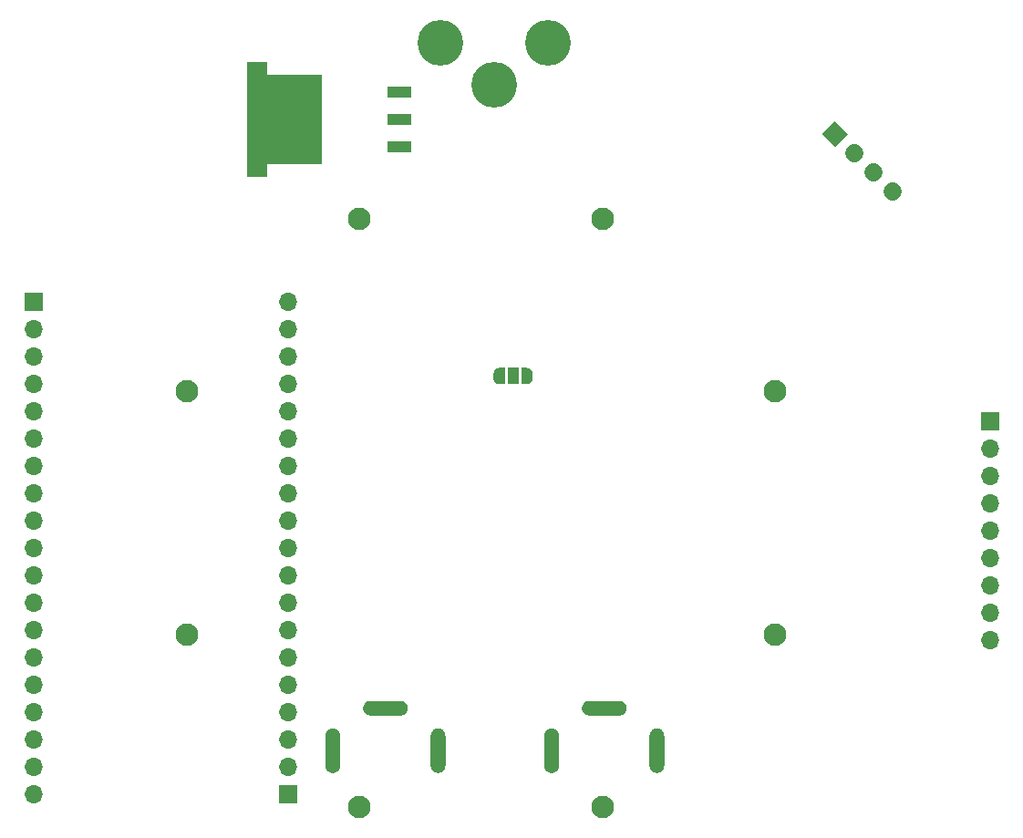
<source format=gbs>
%TF.GenerationSoftware,KiCad,Pcbnew,(5.1.5)-3*%
%TF.CreationDate,2021-01-12T11:59:14+01:00*%
%TF.ProjectId,smart_object_pcb,736d6172-745f-46f6-926a-6563745f7063,rev?*%
%TF.SameCoordinates,Original*%
%TF.FileFunction,Soldermask,Bot*%
%TF.FilePolarity,Negative*%
%FSLAX46Y46*%
G04 Gerber Fmt 4.6, Leading zero omitted, Abs format (unit mm)*
G04 Created by KiCad (PCBNEW (5.1.5)-3) date 2021-01-12 11:59:14*
%MOMM*%
%LPD*%
G04 APERTURE LIST*
%ADD10C,4.240000*%
%ADD11C,0.100000*%
%ADD12R,1.000000X1.500000*%
%ADD13O,1.700000X1.700000*%
%ADD14R,1.700000X1.700000*%
%ADD15R,1.910000X1.235000*%
%ADD16R,7.000000X8.330000*%
%ADD17R,2.160000X1.070000*%
%ADD18C,1.700000*%
%ADD19C,2.100000*%
G04 APERTURE END LIST*
D10*
%TO.C,J7*%
X146560000Y-62724500D03*
X156590000Y-62724500D03*
X151575000Y-66684500D03*
%TD*%
D11*
%TO.C,J5*%
G36*
X156974653Y-126390275D02*
G01*
X157040662Y-126400067D01*
X157105394Y-126416282D01*
X157168225Y-126438763D01*
X157228550Y-126467294D01*
X157285788Y-126501601D01*
X157339388Y-126541354D01*
X157388833Y-126586168D01*
X157433647Y-126635613D01*
X157473400Y-126689213D01*
X157507707Y-126746451D01*
X157536238Y-126806776D01*
X157558719Y-126869607D01*
X157574934Y-126934339D01*
X157584726Y-127000348D01*
X157588000Y-127067000D01*
X157588000Y-129857000D01*
X157584726Y-129923652D01*
X157574934Y-129989661D01*
X157558719Y-130054393D01*
X157536238Y-130117224D01*
X157507707Y-130177549D01*
X157473400Y-130234787D01*
X157433647Y-130288387D01*
X157388833Y-130337832D01*
X157339388Y-130382646D01*
X157285788Y-130422399D01*
X157228550Y-130456706D01*
X157168225Y-130485237D01*
X157105394Y-130507718D01*
X157040662Y-130523933D01*
X156974653Y-130533725D01*
X156908001Y-130536999D01*
X156907999Y-130536999D01*
X156841347Y-130533725D01*
X156775338Y-130523933D01*
X156710606Y-130507718D01*
X156647775Y-130485237D01*
X156587450Y-130456706D01*
X156530212Y-130422399D01*
X156476612Y-130382646D01*
X156427167Y-130337832D01*
X156382353Y-130288387D01*
X156342600Y-130234787D01*
X156308293Y-130177549D01*
X156279762Y-130117224D01*
X156257281Y-130054393D01*
X156241066Y-129989661D01*
X156231274Y-129923652D01*
X156228000Y-129857000D01*
X156228000Y-127067000D01*
X156231274Y-127000348D01*
X156241066Y-126934339D01*
X156257281Y-126869607D01*
X156279762Y-126806776D01*
X156308293Y-126746451D01*
X156342600Y-126689213D01*
X156382353Y-126635613D01*
X156427167Y-126586168D01*
X156476612Y-126541354D01*
X156530212Y-126501601D01*
X156587450Y-126467294D01*
X156647775Y-126438763D01*
X156710606Y-126416282D01*
X156775338Y-126400067D01*
X156841347Y-126390275D01*
X156907999Y-126387001D01*
X156908001Y-126387001D01*
X156974653Y-126390275D01*
G37*
G36*
X166754653Y-126390275D02*
G01*
X166820662Y-126400067D01*
X166885394Y-126416282D01*
X166948225Y-126438763D01*
X167008550Y-126467294D01*
X167065788Y-126501601D01*
X167119388Y-126541354D01*
X167168833Y-126586168D01*
X167213647Y-126635613D01*
X167253400Y-126689213D01*
X167287707Y-126746451D01*
X167316238Y-126806776D01*
X167338719Y-126869607D01*
X167354934Y-126934339D01*
X167364726Y-127000348D01*
X167368000Y-127067000D01*
X167368000Y-129857000D01*
X167364726Y-129923652D01*
X167354934Y-129989661D01*
X167338719Y-130054393D01*
X167316238Y-130117224D01*
X167287707Y-130177549D01*
X167253400Y-130234787D01*
X167213647Y-130288387D01*
X167168833Y-130337832D01*
X167119388Y-130382646D01*
X167065788Y-130422399D01*
X167008550Y-130456706D01*
X166948225Y-130485237D01*
X166885394Y-130507718D01*
X166820662Y-130523933D01*
X166754653Y-130533725D01*
X166688001Y-130536999D01*
X166687999Y-130536999D01*
X166621347Y-130533725D01*
X166555338Y-130523933D01*
X166490606Y-130507718D01*
X166427775Y-130485237D01*
X166367450Y-130456706D01*
X166310212Y-130422399D01*
X166256612Y-130382646D01*
X166207167Y-130337832D01*
X166162353Y-130288387D01*
X166122600Y-130234787D01*
X166088293Y-130177549D01*
X166059762Y-130117224D01*
X166037281Y-130054393D01*
X166021066Y-129989661D01*
X166011274Y-129923652D01*
X166008000Y-129857000D01*
X166008000Y-127067000D01*
X166011274Y-127000348D01*
X166021066Y-126934339D01*
X166037281Y-126869607D01*
X166059762Y-126806776D01*
X166088293Y-126746451D01*
X166122600Y-126689213D01*
X166162353Y-126635613D01*
X166207167Y-126586168D01*
X166256612Y-126541354D01*
X166310212Y-126501601D01*
X166367450Y-126467294D01*
X166427775Y-126438763D01*
X166490606Y-126416282D01*
X166555338Y-126400067D01*
X166621347Y-126390275D01*
X166687999Y-126387001D01*
X166688001Y-126387001D01*
X166754653Y-126390275D01*
G37*
G36*
X163259652Y-123840273D02*
G01*
X163325661Y-123850065D01*
X163390394Y-123866280D01*
X163453225Y-123888761D01*
X163513550Y-123917293D01*
X163570788Y-123951600D01*
X163624387Y-123991352D01*
X163673833Y-124036166D01*
X163718647Y-124085612D01*
X163758399Y-124139211D01*
X163792706Y-124196449D01*
X163821238Y-124256774D01*
X163843719Y-124319605D01*
X163859934Y-124384338D01*
X163869726Y-124450347D01*
X163873000Y-124516999D01*
X163873000Y-124517001D01*
X163869726Y-124583653D01*
X163859934Y-124649662D01*
X163843719Y-124714395D01*
X163821238Y-124777226D01*
X163792706Y-124837551D01*
X163758399Y-124894789D01*
X163718647Y-124948388D01*
X163673833Y-124997834D01*
X163624387Y-125042648D01*
X163570788Y-125082400D01*
X163513550Y-125116707D01*
X163453225Y-125145239D01*
X163390394Y-125167720D01*
X163325661Y-125183935D01*
X163259652Y-125193727D01*
X163193000Y-125197001D01*
X160403000Y-125197001D01*
X160336348Y-125193727D01*
X160270339Y-125183935D01*
X160205606Y-125167720D01*
X160142775Y-125145239D01*
X160082450Y-125116707D01*
X160025212Y-125082400D01*
X159971613Y-125042648D01*
X159922167Y-124997834D01*
X159877353Y-124948388D01*
X159837601Y-124894789D01*
X159803294Y-124837551D01*
X159774762Y-124777226D01*
X159752281Y-124714395D01*
X159736066Y-124649662D01*
X159726274Y-124583653D01*
X159723000Y-124517001D01*
X159723000Y-124516999D01*
X159726274Y-124450347D01*
X159736066Y-124384338D01*
X159752281Y-124319605D01*
X159774762Y-124256774D01*
X159803294Y-124196449D01*
X159837601Y-124139211D01*
X159877353Y-124085612D01*
X159922167Y-124036166D01*
X159971613Y-123991352D01*
X160025212Y-123951600D01*
X160082450Y-123917293D01*
X160142775Y-123888761D01*
X160205606Y-123866280D01*
X160270339Y-123850065D01*
X160336348Y-123840273D01*
X160403000Y-123836999D01*
X163193000Y-123836999D01*
X163259652Y-123840273D01*
G37*
%TD*%
%TO.C,JP1*%
G36*
X154074000Y-92932000D02*
G01*
X154624000Y-92932000D01*
X154624000Y-92932602D01*
X154648534Y-92932602D01*
X154697365Y-92937412D01*
X154745490Y-92946984D01*
X154792445Y-92961228D01*
X154837778Y-92980005D01*
X154881051Y-93003136D01*
X154921850Y-93030396D01*
X154959779Y-93061524D01*
X154994476Y-93096221D01*
X155025604Y-93134150D01*
X155052864Y-93174949D01*
X155075995Y-93218222D01*
X155094772Y-93263555D01*
X155109016Y-93310510D01*
X155118588Y-93358635D01*
X155123398Y-93407466D01*
X155123398Y-93432000D01*
X155124000Y-93432000D01*
X155124000Y-93932000D01*
X155123398Y-93932000D01*
X155123398Y-93956534D01*
X155118588Y-94005365D01*
X155109016Y-94053490D01*
X155094772Y-94100445D01*
X155075995Y-94145778D01*
X155052864Y-94189051D01*
X155025604Y-94229850D01*
X154994476Y-94267779D01*
X154959779Y-94302476D01*
X154921850Y-94333604D01*
X154881051Y-94360864D01*
X154837778Y-94383995D01*
X154792445Y-94402772D01*
X154745490Y-94417016D01*
X154697365Y-94426588D01*
X154648534Y-94431398D01*
X154624000Y-94431398D01*
X154624000Y-94432000D01*
X154074000Y-94432000D01*
X154074000Y-92932000D01*
G37*
D12*
X153324000Y-93682000D03*
D11*
G36*
X152024000Y-94431398D02*
G01*
X151999466Y-94431398D01*
X151950635Y-94426588D01*
X151902510Y-94417016D01*
X151855555Y-94402772D01*
X151810222Y-94383995D01*
X151766949Y-94360864D01*
X151726150Y-94333604D01*
X151688221Y-94302476D01*
X151653524Y-94267779D01*
X151622396Y-94229850D01*
X151595136Y-94189051D01*
X151572005Y-94145778D01*
X151553228Y-94100445D01*
X151538984Y-94053490D01*
X151529412Y-94005365D01*
X151524602Y-93956534D01*
X151524602Y-93932000D01*
X151524000Y-93932000D01*
X151524000Y-93432000D01*
X151524602Y-93432000D01*
X151524602Y-93407466D01*
X151529412Y-93358635D01*
X151538984Y-93310510D01*
X151553228Y-93263555D01*
X151572005Y-93218222D01*
X151595136Y-93174949D01*
X151622396Y-93134150D01*
X151653524Y-93096221D01*
X151688221Y-93061524D01*
X151726150Y-93030396D01*
X151766949Y-93003136D01*
X151810222Y-92980005D01*
X151855555Y-92961228D01*
X151902510Y-92946984D01*
X151950635Y-92937412D01*
X151999466Y-92932602D01*
X152024000Y-92932602D01*
X152024000Y-92932000D01*
X152574000Y-92932000D01*
X152574000Y-94432000D01*
X152024000Y-94432000D01*
X152024000Y-94431398D01*
G37*
%TD*%
D13*
%TO.C,J2*%
X132400000Y-86800000D03*
X132400000Y-89340000D03*
X132400000Y-91880000D03*
X132400000Y-94420000D03*
X132400000Y-96960000D03*
X132400000Y-99500000D03*
X132400000Y-102040000D03*
X132400000Y-104580000D03*
X132400000Y-107120000D03*
X132400000Y-109660000D03*
X132400000Y-112200000D03*
X132400000Y-114740000D03*
X132400000Y-117280000D03*
X132400000Y-119820000D03*
X132400000Y-122360000D03*
X132400000Y-124900000D03*
X132400000Y-127440000D03*
X132400000Y-129980000D03*
D14*
X132400000Y-132520000D03*
%TD*%
D15*
%TO.C,IC2*%
X129588000Y-65080500D03*
X129588000Y-74645500D03*
D16*
X132133000Y-69863000D03*
D17*
X142803000Y-72403000D03*
X142803000Y-69863000D03*
X142803000Y-67323000D03*
%TD*%
D11*
%TO.C,J4*%
G36*
X183200000Y-69997918D02*
G01*
X184402082Y-71200000D01*
X183200000Y-72402082D01*
X181997918Y-71200000D01*
X183200000Y-69997918D01*
G37*
D18*
X184996051Y-72996051D02*
X184996051Y-72996051D01*
X186792102Y-74792102D02*
X186792102Y-74792102D01*
X188588154Y-76588154D02*
X188588154Y-76588154D01*
%TD*%
D19*
%TO.C,H1*%
X139052378Y-79054124D03*
%TD*%
%TO.C,H2*%
X161677324Y-79054124D03*
%TD*%
%TO.C,H3*%
X177675578Y-95052378D03*
%TD*%
%TO.C,H4*%
X177675578Y-117677324D03*
%TD*%
%TO.C,H5*%
X139052378Y-133675578D03*
%TD*%
%TO.C,H6*%
X161677324Y-133675578D03*
%TD*%
%TO.C,H7*%
X123054124Y-117677324D03*
%TD*%
%TO.C,H8*%
X123054124Y-95052378D03*
%TD*%
D14*
%TO.C,J1*%
X108800000Y-86820000D03*
D13*
X108800000Y-89360000D03*
X108800000Y-91900000D03*
X108800000Y-94440000D03*
X108800000Y-96980000D03*
X108800000Y-99520000D03*
X108800000Y-102060000D03*
X108800000Y-104600000D03*
X108800000Y-107140000D03*
X108800000Y-109680000D03*
X108800000Y-112220000D03*
X108800000Y-114760000D03*
X108800000Y-117300000D03*
X108800000Y-119840000D03*
X108800000Y-122380000D03*
X108800000Y-124920000D03*
X108800000Y-127460000D03*
X108800000Y-130000000D03*
X108800000Y-132540000D03*
%TD*%
D14*
%TO.C,J3*%
X197600000Y-97860000D03*
D13*
X197600000Y-100400000D03*
X197600000Y-102940000D03*
X197600000Y-105480000D03*
X197600000Y-108020000D03*
X197600000Y-110560000D03*
X197600000Y-113100000D03*
X197600000Y-115640000D03*
X197600000Y-118180000D03*
%TD*%
D11*
%TO.C,J6*%
G36*
X136654653Y-126390275D02*
G01*
X136720662Y-126400067D01*
X136785394Y-126416282D01*
X136848225Y-126438763D01*
X136908550Y-126467294D01*
X136965788Y-126501601D01*
X137019388Y-126541354D01*
X137068833Y-126586168D01*
X137113647Y-126635613D01*
X137153400Y-126689213D01*
X137187707Y-126746451D01*
X137216238Y-126806776D01*
X137238719Y-126869607D01*
X137254934Y-126934339D01*
X137264726Y-127000348D01*
X137268000Y-127067000D01*
X137268000Y-129857000D01*
X137264726Y-129923652D01*
X137254934Y-129989661D01*
X137238719Y-130054393D01*
X137216238Y-130117224D01*
X137187707Y-130177549D01*
X137153400Y-130234787D01*
X137113647Y-130288387D01*
X137068833Y-130337832D01*
X137019388Y-130382646D01*
X136965788Y-130422399D01*
X136908550Y-130456706D01*
X136848225Y-130485237D01*
X136785394Y-130507718D01*
X136720662Y-130523933D01*
X136654653Y-130533725D01*
X136588001Y-130536999D01*
X136587999Y-130536999D01*
X136521347Y-130533725D01*
X136455338Y-130523933D01*
X136390606Y-130507718D01*
X136327775Y-130485237D01*
X136267450Y-130456706D01*
X136210212Y-130422399D01*
X136156612Y-130382646D01*
X136107167Y-130337832D01*
X136062353Y-130288387D01*
X136022600Y-130234787D01*
X135988293Y-130177549D01*
X135959762Y-130117224D01*
X135937281Y-130054393D01*
X135921066Y-129989661D01*
X135911274Y-129923652D01*
X135908000Y-129857000D01*
X135908000Y-127067000D01*
X135911274Y-127000348D01*
X135921066Y-126934339D01*
X135937281Y-126869607D01*
X135959762Y-126806776D01*
X135988293Y-126746451D01*
X136022600Y-126689213D01*
X136062353Y-126635613D01*
X136107167Y-126586168D01*
X136156612Y-126541354D01*
X136210212Y-126501601D01*
X136267450Y-126467294D01*
X136327775Y-126438763D01*
X136390606Y-126416282D01*
X136455338Y-126400067D01*
X136521347Y-126390275D01*
X136587999Y-126387001D01*
X136588001Y-126387001D01*
X136654653Y-126390275D01*
G37*
G36*
X146434653Y-126390275D02*
G01*
X146500662Y-126400067D01*
X146565394Y-126416282D01*
X146628225Y-126438763D01*
X146688550Y-126467294D01*
X146745788Y-126501601D01*
X146799388Y-126541354D01*
X146848833Y-126586168D01*
X146893647Y-126635613D01*
X146933400Y-126689213D01*
X146967707Y-126746451D01*
X146996238Y-126806776D01*
X147018719Y-126869607D01*
X147034934Y-126934339D01*
X147044726Y-127000348D01*
X147048000Y-127067000D01*
X147048000Y-129857000D01*
X147044726Y-129923652D01*
X147034934Y-129989661D01*
X147018719Y-130054393D01*
X146996238Y-130117224D01*
X146967707Y-130177549D01*
X146933400Y-130234787D01*
X146893647Y-130288387D01*
X146848833Y-130337832D01*
X146799388Y-130382646D01*
X146745788Y-130422399D01*
X146688550Y-130456706D01*
X146628225Y-130485237D01*
X146565394Y-130507718D01*
X146500662Y-130523933D01*
X146434653Y-130533725D01*
X146368001Y-130536999D01*
X146367999Y-130536999D01*
X146301347Y-130533725D01*
X146235338Y-130523933D01*
X146170606Y-130507718D01*
X146107775Y-130485237D01*
X146047450Y-130456706D01*
X145990212Y-130422399D01*
X145936612Y-130382646D01*
X145887167Y-130337832D01*
X145842353Y-130288387D01*
X145802600Y-130234787D01*
X145768293Y-130177549D01*
X145739762Y-130117224D01*
X145717281Y-130054393D01*
X145701066Y-129989661D01*
X145691274Y-129923652D01*
X145688000Y-129857000D01*
X145688000Y-127067000D01*
X145691274Y-127000348D01*
X145701066Y-126934339D01*
X145717281Y-126869607D01*
X145739762Y-126806776D01*
X145768293Y-126746451D01*
X145802600Y-126689213D01*
X145842353Y-126635613D01*
X145887167Y-126586168D01*
X145936612Y-126541354D01*
X145990212Y-126501601D01*
X146047450Y-126467294D01*
X146107775Y-126438763D01*
X146170606Y-126416282D01*
X146235338Y-126400067D01*
X146301347Y-126390275D01*
X146367999Y-126387001D01*
X146368001Y-126387001D01*
X146434653Y-126390275D01*
G37*
G36*
X142939652Y-123840273D02*
G01*
X143005661Y-123850065D01*
X143070394Y-123866280D01*
X143133225Y-123888761D01*
X143193550Y-123917293D01*
X143250788Y-123951600D01*
X143304387Y-123991352D01*
X143353833Y-124036166D01*
X143398647Y-124085612D01*
X143438399Y-124139211D01*
X143472706Y-124196449D01*
X143501238Y-124256774D01*
X143523719Y-124319605D01*
X143539934Y-124384338D01*
X143549726Y-124450347D01*
X143553000Y-124516999D01*
X143553000Y-124517001D01*
X143549726Y-124583653D01*
X143539934Y-124649662D01*
X143523719Y-124714395D01*
X143501238Y-124777226D01*
X143472706Y-124837551D01*
X143438399Y-124894789D01*
X143398647Y-124948388D01*
X143353833Y-124997834D01*
X143304387Y-125042648D01*
X143250788Y-125082400D01*
X143193550Y-125116707D01*
X143133225Y-125145239D01*
X143070394Y-125167720D01*
X143005661Y-125183935D01*
X142939652Y-125193727D01*
X142873000Y-125197001D01*
X140083000Y-125197001D01*
X140016348Y-125193727D01*
X139950339Y-125183935D01*
X139885606Y-125167720D01*
X139822775Y-125145239D01*
X139762450Y-125116707D01*
X139705212Y-125082400D01*
X139651613Y-125042648D01*
X139602167Y-124997834D01*
X139557353Y-124948388D01*
X139517601Y-124894789D01*
X139483294Y-124837551D01*
X139454762Y-124777226D01*
X139432281Y-124714395D01*
X139416066Y-124649662D01*
X139406274Y-124583653D01*
X139403000Y-124517001D01*
X139403000Y-124516999D01*
X139406274Y-124450347D01*
X139416066Y-124384338D01*
X139432281Y-124319605D01*
X139454762Y-124256774D01*
X139483294Y-124196449D01*
X139517601Y-124139211D01*
X139557353Y-124085612D01*
X139602167Y-124036166D01*
X139651613Y-123991352D01*
X139705212Y-123951600D01*
X139762450Y-123917293D01*
X139822775Y-123888761D01*
X139885606Y-123866280D01*
X139950339Y-123850065D01*
X140016348Y-123840273D01*
X140083000Y-123836999D01*
X142873000Y-123836999D01*
X142939652Y-123840273D01*
G37*
%TD*%
M02*

</source>
